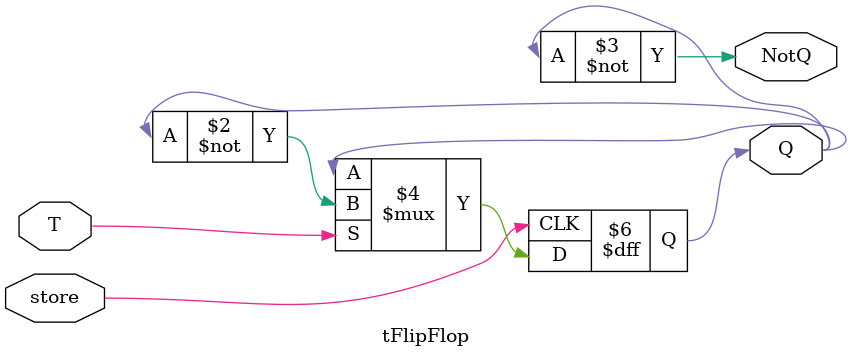
<source format=v>

module top(

input [3:0]sw,
input btnC,
output[5:0]led
);

dFlipFlop dFlip(
    .D(sw[0]),
    .store(btnC),
    .Q(led[0]),
    .NotQ(led[1])
);

jkFlipFlop jkFlip(
    .J(sw[1]),
    .K(sw[2]),
    .store(btnC),
    .Q(led[2]),
    .NotQ(led[3])
);

tFlipFlop tFlip(
    .T(sw[3]),
    .store(btnC),
    .Q(led[4]),
    .NotQ(led[5])
);
endmodule

module dFlipFlop (
    input D,
    input store,
    output reg Q, 
    output NotQ
);

    always @(posedge store)begin
        if(store)
            Q<=D;
        end
     assign NotQ = ~Q;
endmodule

module jkFlipFlop (
input J, K, store, D,
output Q,
output NotQ
);

assign D = (J&~Q)|(~K&Q);

dFlipFlop flip_inst(
    .D(D),
    .store(store),
    .Q(Q),
    .NotQ(NotQ)
);

endmodule

module tFlipFlop (
input T, store,
output reg Q,
output NotQ
);
    always @(posedge store)begin
        if(T)
            Q<=~Q;
    end
    assign NotQ=~Q;

endmodule
</source>
